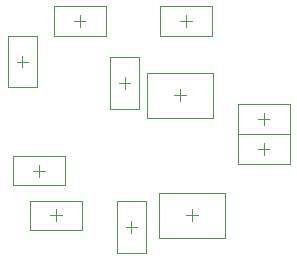
<source format=gbr>
G04 Layer_Color=32768*
%FSLAX26Y26*%
%MOIN*%
%TF.FileFunction,Other,Mechanical_15*%
%TF.Part,Single*%
G01*
G75*
%TA.AperFunction,NonConductor*%
%ADD38C,0.003937*%
D38*
X276315Y942000D02*
X315685D01*
X296000Y922315D02*
Y961685D01*
X345213Y855386D02*
Y1028614D01*
X246787Y855386D02*
Y1028614D01*
X345213D01*
X246787Y855386D02*
X345213D01*
X486370Y1057315D02*
Y1096685D01*
X466685Y1077000D02*
X506055D01*
X399756Y1126213D02*
X572984D01*
X399756Y1027787D02*
X572984D01*
X399756D02*
Y1126213D01*
X572984Y1027787D02*
Y1126213D01*
X842370Y1057315D02*
Y1096685D01*
X822685Y1077000D02*
X862055D01*
X755756Y1126213D02*
X928984D01*
X755756Y1027787D02*
X928984D01*
X755756D02*
Y1126213D01*
X928984Y1027787D02*
Y1126213D01*
X1099630Y630433D02*
Y669803D01*
X1079945Y650118D02*
X1119315D01*
X1013016Y600905D02*
X1186244D01*
X1013016Y699331D02*
X1186244D01*
Y600905D02*
Y699331D01*
X1013016Y600905D02*
Y699331D01*
X407244Y409315D02*
Y448685D01*
X387559Y429000D02*
X426929D01*
X320630Y478213D02*
X493858D01*
X320630Y379787D02*
X493858D01*
X320630D02*
Y478213D01*
X493858Y379787D02*
Y478213D01*
X352315Y558315D02*
Y597685D01*
X332630Y578000D02*
X372000D01*
X265701Y627213D02*
X438929D01*
X265701Y528787D02*
X438929D01*
X265701D02*
Y627213D01*
X438929Y528787D02*
Y627213D01*
X639685Y389630D02*
X679055D01*
X659370Y369945D02*
Y409315D01*
X708583Y303016D02*
Y476244D01*
X610158Y303016D02*
Y476244D01*
X708583D01*
X610158Y303016D02*
X708583D01*
X616685Y869945D02*
X656055D01*
X636370Y850260D02*
Y889630D01*
X587158Y783331D02*
Y956559D01*
X685583Y783331D02*
Y956559D01*
X587158Y783331D02*
X685583D01*
X587158Y956559D02*
X685583D01*
X1099630Y730433D02*
Y769803D01*
X1079945Y750118D02*
X1119315D01*
X1013016Y700905D02*
X1186244D01*
X1013016Y799331D02*
X1186244D01*
Y700905D02*
Y799331D01*
X1013016Y700905D02*
Y799331D01*
X970606Y354197D02*
Y503803D01*
X750134Y354197D02*
Y503803D01*
Y354197D02*
X970606D01*
X750134Y503803D02*
X970606D01*
X840685Y429000D02*
X880055D01*
X860370Y409315D02*
Y448685D01*
X930236Y755197D02*
Y904803D01*
X709764Y755197D02*
Y904803D01*
Y755197D02*
X930236D01*
X709764Y904803D02*
X930236D01*
X800315Y830000D02*
X839685D01*
X820000Y810315D02*
Y849685D01*
%TF.MD5,c67e58a539db6d12df776705ec24e74c*%
M02*

</source>
